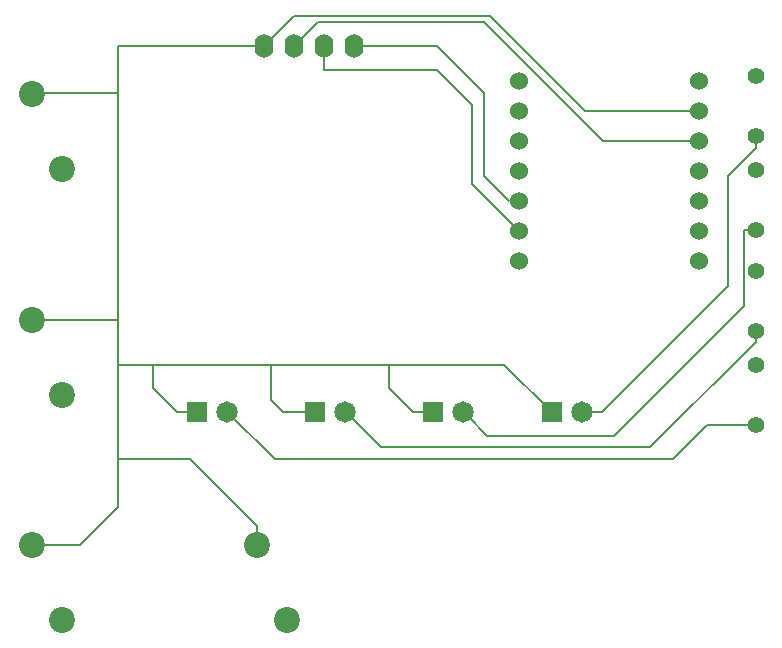
<source format=gbr>
%TF.GenerationSoftware,KiCad,Pcbnew,9.0.3*%
%TF.CreationDate,2025-07-31T16:39:17+03:00*%
%TF.ProjectId,BinaryCounter,42696e61-7279-4436-9f75-6e7465722e6b,V0.1*%
%TF.SameCoordinates,Original*%
%TF.FileFunction,Copper,L2,Bot*%
%TF.FilePolarity,Positive*%
%FSLAX46Y46*%
G04 Gerber Fmt 4.6, Leading zero omitted, Abs format (unit mm)*
G04 Created by KiCad (PCBNEW 9.0.3) date 2025-07-31 16:39:17*
%MOMM*%
%LPD*%
G01*
G04 APERTURE LIST*
%TA.AperFunction,ComponentPad*%
%ADD10C,1.524000*%
%TD*%
%TA.AperFunction,ComponentPad*%
%ADD11R,1.815000X1.815000*%
%TD*%
%TA.AperFunction,ComponentPad*%
%ADD12C,1.815000*%
%TD*%
%TA.AperFunction,ComponentPad*%
%ADD13O,1.600000X2.000000*%
%TD*%
%TA.AperFunction,ComponentPad*%
%ADD14C,1.400000*%
%TD*%
%TA.AperFunction,ComponentPad*%
%ADD15C,2.200000*%
%TD*%
%TA.AperFunction,Conductor*%
%ADD16C,0.200000*%
%TD*%
G04 APERTURE END LIST*
D10*
%TO.P,U1,1,GPIO26/ADC0/A0*%
%TO.N,button1*%
X118242641Y-44742641D03*
%TO.P,U1,2,GPIO27/ADC1/A1*%
%TO.N,button2*%
X118242641Y-47282641D03*
%TO.P,U1,3,GPIO28/ADC2/A2*%
%TO.N,button3*%
X118242641Y-49822641D03*
%TO.P,U1,4,GPIO29/ADC3/A3*%
%TO.N,button4*%
X118242641Y-52362641D03*
%TO.P,U1,5,GPIO6/SDA*%
%TO.N,OLED_SDA*%
X118242641Y-54902641D03*
%TO.P,U1,6,GPIO7/SCL*%
%TO.N,OLED_SCL*%
X118242641Y-57442641D03*
%TO.P,U1,7,GPIO0/TX*%
%TO.N,unconnected-(U1-GPIO0{slash}TX-Pad7)_1*%
X118242641Y-59982641D03*
%TO.P,U1,8,GPIO1/RX*%
%TO.N,LED1*%
X133482641Y-59982641D03*
%TO.P,U1,9,GPIO2/SCK*%
%TO.N,LED2*%
X133482641Y-57442641D03*
%TO.P,U1,10,GPIO4/MISO*%
%TO.N,LED3*%
X133482641Y-54902641D03*
%TO.P,U1,11,GPIO3/MOSI*%
%TO.N,LED4*%
X133482641Y-52362641D03*
%TO.P,U1,12,3V3*%
%TO.N,3V3*%
X133482641Y-49822641D03*
%TO.P,U1,13,GND*%
%TO.N,GND*%
X133482641Y-47282641D03*
%TO.P,U1,14,VBUS*%
%TO.N,unconnected-(U1-VBUS-Pad14)*%
X133482641Y-44742641D03*
%TD*%
D11*
%TO.P,D4,C*%
%TO.N,GND*%
X120972641Y-72742641D03*
D12*
%TO.P,D4,A*%
%TO.N,Net-(D4-PadA)*%
X123512641Y-72742641D03*
%TD*%
D11*
%TO.P,D3,C*%
%TO.N,GND*%
X110972641Y-72742641D03*
D12*
%TO.P,D3,A*%
%TO.N,Net-(D3-PadA)*%
X113512641Y-72742641D03*
%TD*%
D11*
%TO.P,D2,C*%
%TO.N,GND*%
X100972641Y-72742641D03*
D12*
%TO.P,D2,A*%
%TO.N,Net-(D2-PadA)*%
X103512641Y-72742641D03*
%TD*%
D11*
%TO.P,D1,C*%
%TO.N,GND*%
X90972641Y-72742641D03*
D12*
%TO.P,D1,A*%
%TO.N,Net-(D1-PadA)*%
X93512641Y-72742641D03*
%TD*%
D13*
%TO.P,Brd1,4,SDA*%
%TO.N,OLED_SDA*%
X104242641Y-41742641D03*
%TO.P,Brd1,3,SCL*%
%TO.N,OLED_SCL*%
X101702641Y-41742641D03*
%TO.P,Brd1,1,GND*%
%TO.N,GND*%
X96622641Y-41742641D03*
%TO.P,Brd1,2,VCC*%
%TO.N,3V3*%
X99162641Y-41742641D03*
%TD*%
D14*
%TO.P,R1,1*%
%TO.N,Net-(D1-PadA)*%
X138242641Y-73822641D03*
%TO.P,R1,2*%
%TO.N,LED1*%
X138242641Y-68742641D03*
%TD*%
D15*
%TO.P,SW2,1,1*%
%TO.N,button2*%
X79516633Y-71275582D03*
%TO.P,SW2,2,2*%
%TO.N,GND*%
X76976633Y-64925582D03*
%TD*%
D14*
%TO.P,R3,1*%
%TO.N,Net-(D3-PadA)*%
X138242641Y-57362641D03*
%TO.P,R3,2*%
%TO.N,LED3*%
X138242641Y-52282641D03*
%TD*%
%TO.P,R4,1*%
%TO.N,Net-(D4-PadA)*%
X138242641Y-49381861D03*
%TO.P,R4,2*%
%TO.N,LED4*%
X138242641Y-44301861D03*
%TD*%
D15*
%TO.P,SW4,1,1*%
%TO.N,button4*%
X98551910Y-90313709D03*
%TO.P,SW4,2,2*%
%TO.N,GND*%
X96011910Y-83963709D03*
%TD*%
D14*
%TO.P,R2,1*%
%TO.N,Net-(D2-PadA)*%
X138242641Y-65841861D03*
%TO.P,R2,2*%
%TO.N,LED2*%
X138242641Y-60761861D03*
%TD*%
D15*
%TO.P,SW1,1,1*%
%TO.N,button1*%
X79487808Y-52186611D03*
%TO.P,SW1,2,2*%
%TO.N,GND*%
X76947808Y-45836611D03*
%TD*%
%TO.P,SW3,1,1*%
%TO.N,button3*%
X79518772Y-90313709D03*
%TO.P,SW3,2,2*%
%TO.N,GND*%
X76978772Y-83963709D03*
%TD*%
D16*
%TO.N,GND*%
X87242641Y-68742641D02*
X87242641Y-70742641D01*
X87242641Y-70742641D02*
X89242641Y-72742641D01*
X89242641Y-72742641D02*
X90972641Y-72742641D01*
%TO.N,OLED_SCL*%
X101702641Y-43742641D02*
X101702641Y-41980271D01*
%TO.N,3V3*%
X125322641Y-49822641D02*
X133482641Y-49822641D01*
%TO.N,Net-(D4-PadA)*%
X135881861Y-52742641D02*
X135881861Y-62103421D01*
%TO.N,OLED_SCL*%
X114242641Y-46742641D02*
X111242641Y-43742641D01*
%TO.N,Net-(D4-PadA)*%
X135881861Y-62103421D02*
X125242641Y-72742641D01*
%TO.N,GND*%
X96622641Y-41742641D02*
X99122641Y-39242641D01*
%TO.N,OLED_SCL*%
X118242641Y-57442641D02*
X114242641Y-53442641D01*
%TO.N,GND*%
X81021573Y-83963709D02*
X84242641Y-80742641D01*
X84242641Y-44742641D02*
X84242641Y-41742641D01*
X90346476Y-76742641D02*
X84242641Y-76742641D01*
X84242641Y-76742641D02*
X84242641Y-68742641D01*
X76976633Y-64925582D02*
X84242641Y-64925582D01*
X97242641Y-68742641D02*
X87242641Y-68742641D01*
%TO.N,3V3*%
X99162641Y-41742641D02*
X101162641Y-39742641D01*
%TO.N,GND*%
X96011910Y-83963709D02*
X96011910Y-82408075D01*
%TO.N,3V3*%
X115242641Y-39742641D02*
X125322641Y-49822641D01*
%TO.N,GND*%
X84242641Y-80742641D02*
X84242641Y-76742641D01*
X107242641Y-68742641D02*
X97242641Y-68742641D01*
%TO.N,Net-(D2-PadA)*%
X129292251Y-75742641D02*
X106512641Y-75742641D01*
%TO.N,Net-(D3-PadA)*%
X115512641Y-74742641D02*
X113877641Y-73107641D01*
%TO.N,GND*%
X98242641Y-72742641D02*
X100972641Y-72742641D01*
%TO.N,Net-(D2-PadA)*%
X103782641Y-73012641D02*
X103782641Y-72742641D01*
%TO.N,GND*%
X98242641Y-72742641D02*
X97242641Y-71742641D01*
X115742641Y-39242641D02*
X123782641Y-47282641D01*
X97242641Y-71742641D02*
X97242641Y-68742641D01*
%TO.N,OLED_SDA*%
X117402641Y-54902641D02*
X115242641Y-52742641D01*
%TO.N,Net-(D1-PadA)*%
X97512641Y-76742641D02*
X93512641Y-72742641D01*
%TO.N,OLED_SDA*%
X115242641Y-52742641D02*
X115242641Y-45742641D01*
%TO.N,OLED_SCL*%
X111242641Y-43742641D02*
X101702641Y-43742641D01*
%TO.N,GND*%
X77041778Y-45742641D02*
X84242641Y-45742641D01*
%TO.N,Net-(D2-PadA)*%
X138242641Y-66792251D02*
X129292251Y-75742641D01*
%TO.N,GND*%
X84242641Y-64925582D02*
X84242641Y-44742641D01*
%TO.N,Net-(D2-PadA)*%
X106512641Y-75742641D02*
X103782641Y-73012641D01*
%TO.N,GND*%
X84242641Y-41742641D02*
X96622641Y-41742641D01*
X111702641Y-72742641D02*
X109242641Y-72742641D01*
%TO.N,Net-(D1-PadA)*%
X131242641Y-76742641D02*
X97512641Y-76742641D01*
%TO.N,GND*%
X96011910Y-82408075D02*
X90346476Y-76742641D01*
X120972641Y-72742641D02*
X116972641Y-68742641D01*
%TO.N,Net-(D2-PadA)*%
X138242641Y-65841861D02*
X138242641Y-66792251D01*
%TO.N,GND*%
X76978772Y-83963709D02*
X81021573Y-83963709D01*
X116972641Y-68742641D02*
X107242641Y-68742641D01*
%TO.N,Net-(D3-PadA)*%
X137242641Y-63742641D02*
X126242641Y-74742641D01*
X138242641Y-57362641D02*
X137242641Y-57362641D01*
%TO.N,GND*%
X84242641Y-45742641D02*
X84242641Y-44742641D01*
X99122641Y-39242641D02*
X115742641Y-39242641D01*
X87242641Y-68742641D02*
X85242641Y-68742641D01*
X84242641Y-68742641D02*
X84242641Y-64925582D01*
X76947808Y-45836611D02*
X77041778Y-45742641D01*
%TO.N,Net-(D1-PadA)*%
X134162641Y-73822641D02*
X131242641Y-76742641D01*
%TO.N,GND*%
X109242641Y-72742641D02*
X107242641Y-70742641D01*
X123782641Y-47282641D02*
X133482641Y-47282641D01*
%TO.N,Net-(D4-PadA)*%
X125242641Y-72742641D02*
X123512641Y-72742641D01*
%TO.N,3V3*%
X101162641Y-39742641D02*
X115242641Y-39742641D01*
%TO.N,OLED_SDA*%
X111242641Y-41742641D02*
X104242641Y-41742641D01*
%TO.N,Net-(D4-PadA)*%
X138242641Y-50381861D02*
X135881861Y-52742641D01*
X138242641Y-49381861D02*
X138242641Y-50381861D01*
%TO.N,OLED_SDA*%
X115242641Y-45742641D02*
X111242641Y-41742641D01*
%TO.N,OLED_SCL*%
X114242641Y-53442641D02*
X114242641Y-46742641D01*
%TO.N,Net-(D1-PadA)*%
X138242641Y-73822641D02*
X134162641Y-73822641D01*
%TO.N,Net-(D3-PadA)*%
X137242641Y-57362641D02*
X137242641Y-63742641D01*
%TO.N,GND*%
X85242641Y-68742641D02*
X84242641Y-68742641D01*
%TO.N,Net-(D3-PadA)*%
X126242641Y-74742641D02*
X115512641Y-74742641D01*
%TO.N,GND*%
X107242641Y-70742641D02*
X107242641Y-68742641D01*
%TO.N,Net-(D3-PadA)*%
X113877641Y-73107641D02*
X114242641Y-72742641D01*
%TO.N,Net-(D1-PadA)*%
X93512641Y-72742641D02*
X94242641Y-72742641D01*
%TD*%
M02*

</source>
